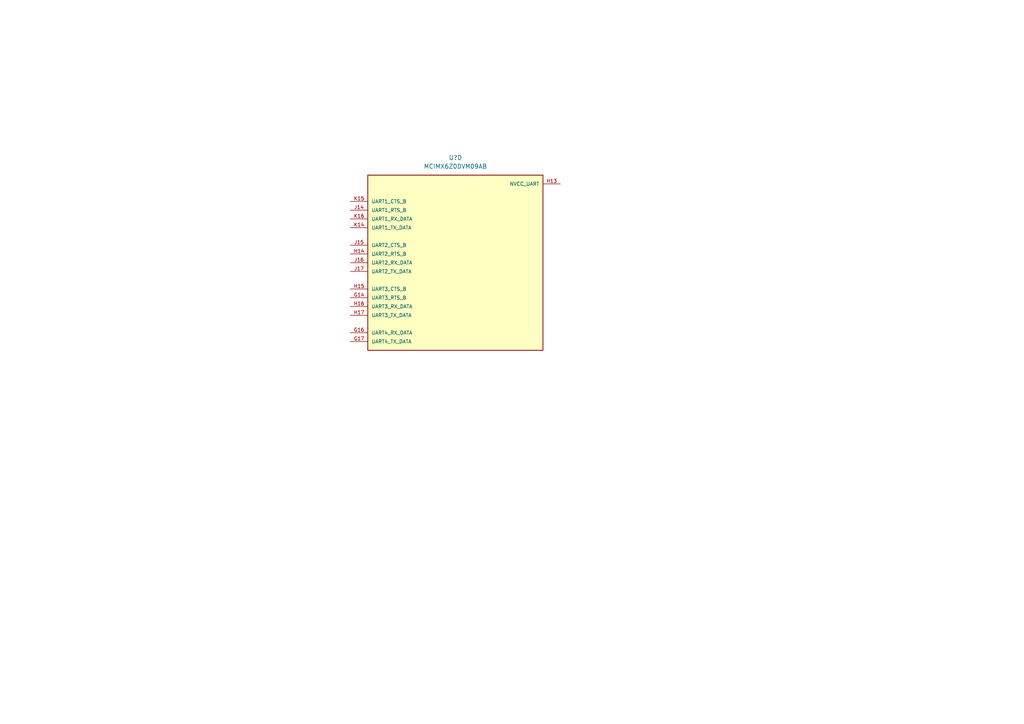
<source format=kicad_sch>
(kicad_sch (version 20211123) (generator eeschema)
  (paper "A4")
  (lib_symbols
    (symbol "MCIMX6Z0DVM09AB:MCIMX6Z0DVM09AB" (pin_names (offset 1.016))
      (property "Reference" "U" (at -33.02 31.75 0))
      (property "Value" "MCIMX6Z0DVM09AB" (at -33.02 -31.75 0))
      (symbol "MCIMX6Z0DVM09AB_1_0"
        (rectangle (start -33.02 -30.48) (end 33.02 30.48) (stroke (width 0.254)) (fill (type background)))
        (pin input clock (at -38.1 -5.08 0) (length 5.08) (name "I2C2_SCL") (number "F17"))
        (pin bidirectional line (at -38.1 -7.62 0) (length 5.08) (name "I2C2_SDA") (number "G13"))
        (pin power_in line (at 38.1 -27.94 180) (length 5.08) (name "NGND_KEL0") (number "M12"))
        (pin input clock (at 38.1 -10.16 180) (length 5.08) (name "JTAG_TCK") (number "M14"))
        (pin input line (at 38.1 -20.32 180) (length 5.08) (name "JTAG_TRST_B") (number "N14"))
        (pin output line (at 38.1 -15.24 180) (length 5.08) (name "JTAG_TDO") (number "N15"))
        (pin input line (at 38.1 -12.7 180) (length 5.08) (name "JTAG_TDI") (number "N16"))
        (pin input line (at -38.1 17.78 0) (length 5.08) (name "TEST_MODE") (number "N7"))
        (pin power_in line (at 38.1 27.94 180) (length 5.08) (name "NVCC_PLL") (number "P13"))
        (pin input line (at 38.1 -17.78 180) (length 5.08) (name "JTAG_TMS") (number "P14"))
        (pin input line (at 38.1 -7.62 180) (length 5.08) (name "JTAG_MOD") (number "P15"))
        (pin input clock (at -38.1 5.08 0) (length 5.08) (name "CCM_CLK1_N") (number "P16"))
        (pin input clock (at -38.1 2.54 0) (length 5.08) (name "CCM_CLK1_P") (number "P17"))
        (pin input line (at -38.1 20.32 0) (length 5.08) (name "POR_B") (number "P8"))
        (pin bidirectional line (at 38.1 22.86 180) (length 5.08) (name "GPANIO") (number "R13"))
        (pin input line (at -38.1 22.86 0) (length 5.08) (name "ONOFF") (number "R8"))
        (pin input line (at -38.1 12.7 0) (length 5.08) (name "BOOT_MODE0") (number "T10"))
        (pin input line (at -38.1 -20.32 0) (length 5.08) (name "RTC_XTALI") (number "T11"))
        (pin power_in line (at 38.1 5.08 180) (length 5.08) (name "USB_OTG1_VBUS") (number "T12"))
        (pin bidirectional line (at 38.1 2.54 180) (length 5.08) (name "USB_OTG2_DN") (number "T13"))
        (pin bidirectional line (at 38.1 10.16 180) (length 5.08) (name "USB_OTG1_DN") (number "T15"))
        (pin input line (at -38.1 -12.7 0) (length 5.08) (name "XTALI") (number "T16"))
        (pin output line (at -38.1 -15.24 0) (length 5.08) (name "XTALO") (number "T17"))
        (pin output line (at 38.1 17.78 180) (length 5.08) (name "SNVS_PMIC_ON_REQ") (number "T9"))
        (pin input line (at -38.1 10.16 0) (length 5.08) (name "BOOT_MODE1") (number "U10"))
        (pin output line (at -38.1 -22.86 0) (length 5.08) (name "RTC_XTALO") (number "U11"))
        (pin power_in line (at 38.1 -2.54 180) (length 5.08) (name "USB_OTG2_VBUS") (number "U12"))
        (pin bidirectional line (at 38.1 0 180) (length 5.08) (name "USB_OTG2_DP") (number "U13"))
        (pin bidirectional line (at 38.1 7.62 180) (length 5.08) (name "USB_OTG1_DP") (number "U15"))
        (pin bidirectional line (at 38.1 12.7 180) (length 5.08) (name "USB_OTG1_CHD_B") (number "U16"))
        (pin output line (at -38.1 0 0) (length 5.08) (name "CCM_PMIC_STBY_REQ") (number "U9"))
      )
      (symbol "MCIMX6Z0DVM09AB_2_0"
        (rectangle (start -25.4 -48.26) (end 25.4 45.72) (stroke (width 0.254)) (fill (type background)))
        (pin output line (at 30.48 17.78 180) (length 5.08) (name "DRAM_ODT1") (number "F1"))
        (pin output line (at 30.48 -43.18 180) (length 5.08) (name "DRAM_ADDR14") (number "G1"))
        (pin output line (at 30.48 -22.86 180) (length 5.08) (name "DRAM_ADDR06") (number "G2"))
        (pin output line (at 30.48 12.7 180) (length 5.08) (name "DRAM_RESET") (number "G4"))
        (pin power_in line (at 30.48 40.64 180) (length 5.08) (name "NVCC_DRAM") (number "G6"))
        (pin output line (at 30.48 7.62 180) (length 5.08) (name "DRAM_SDBA1") (number "H1"))
        (pin output line (at 30.48 -10.16 180) (length 5.08) (name "DRAM_ADDR01") (number "H2"))
        (pin output line (at 30.48 -40.64 180) (length 5.08) (name "DRAM_ADDR13") (number "H3"))
        (pin output line (at 30.48 -25.4 180) (length 5.08) (name "DRAM_ADDR07") (number "H4"))
        (pin output line (at 30.48 27.94 180) (length 5.08) (name "DRAM_CS1_B") (number "H5"))
        (pin power_in line (at 30.48 40.64 180) (length 5.08) (name "NVCC_DRAM") (number "H6"))
        (pin output line (at 30.48 -2.54 180) (length 5.08) (name "DRAM_SDWE_B") (number "J1"))
        (pin output line (at 30.48 33.02 180) (length 5.08) (name "DRAM_CAS_B") (number "J2"))
        (pin output line (at 30.48 0 180) (length 5.08) (name "DRAM_SDCKE1") (number "J3"))
        (pin output line (at 30.48 -27.94 180) (length 5.08) (name "DRAM_ADDR08") (number "J4"))
        (pin power_in line (at 30.48 40.64 180) (length 5.08) (name "NVCC_DRAM") (number "J6"))
        (pin output line (at 30.48 -12.7 180) (length 5.08) (name "DRAM_ADDR02") (number "K1"))
        (pin output line (at 30.48 5.08 180) (length 5.08) (name "DRAM_SDBA2") (number "K2"))
        (pin output line (at 30.48 -35.56 180) (length 5.08) (name "DRAM_ADDR11") (number "K3"))
        (pin output line (at 30.48 -17.78 180) (length 5.08) (name "DRAM_ADDR04") (number "K4"))
        (pin output line (at 30.48 -45.72 180) (length 5.08) (name "DRAM_ADDR15") (number "K5"))
        (pin power_in line (at 30.48 40.64 180) (length 5.08) (name "NVCC_DRAM") (number "K6"))
        (pin output line (at 30.48 -20.32 180) (length 5.08) (name "DRAM_ADDR05") (number "L1"))
        (pin output line (at 30.48 -30.48 180) (length 5.08) (name "DRAM_ADDR09") (number "L2"))
        (pin output line (at 30.48 -38.1 180) (length 5.08) (name "DRAM_ADDR12") (number "L4"))
        (pin output line (at 30.48 -7.62 180) (length 5.08) (name "DRAM_ADDR00") (number "L5"))
        (pin power_in line (at 30.48 40.64 180) (length 5.08) (name "NVCC_DRAM") (number "L6"))
        (pin output line (at 30.48 10.16 180) (length 5.08) (name "DRAM_SDBA0") (number "M1"))
        (pin output line (at 30.48 -15.24 180) (length 5.08) (name "DRAM_ADDR03") (number "M2"))
        (pin output line (at 30.48 2.54 180) (length 5.08) (name "DRAM_SDCKE0") (number "M3"))
        (pin output line (at 30.48 -33.02 180) (length 5.08) (name "DRAM_ADDR10") (number "M4"))
        (pin output line (at 30.48 15.24 180) (length 5.08) (name "DRAM_RAS_B") (number "M5"))
        (pin power_in line (at 30.48 40.64 180) (length 5.08) (name "NVCC_DRAM") (number "M6"))
        (pin output line (at 30.48 20.32 180) (length 5.08) (name "DRAM_ODT0") (number "N1"))
        (pin output line (at 30.48 30.48 180) (length 5.08) (name "DRAM_CS0_B") (number "N2"))
        (pin input line (at -30.48 10.16 0) (length 5.08) (name "DRAM_ZQPAD") (number "N4"))
        (pin power_in line (at 30.48 38.1 180) (length 5.08) (name "NVCC_DRAM_2P5") (number "N6"))
        (pin input clock (at -30.48 30.48 0) (length 5.08) (name "DRAM_SDCLK0_P") (number "P1"))
        (pin input clock (at -30.48 33.02 0) (length 5.08) (name "DRAM_SDCLK0_N") (number "P2"))
        (pin input line (at -30.48 -40.64 0) (length 5.08) (name "DRAM_DATA13") (number "P3"))
        (pin power_in line (at 30.48 43.18 180) (length 5.08) (name "DRAM_VREF") (number "P4"))
        (pin input line (at -30.48 -38.1 0) (length 5.08) (name "DRAM_DATA12") (number "P5"))
        (pin input line (at -30.48 25.4 0) (length 5.08) (name "DRAM_SDQS0_P") (number "P6"))
        (pin input line (at -30.48 22.86 0) (length 5.08) (name "DRAM_SDQS0_N") (number "P7"))
        (pin input line (at -30.48 -45.72 0) (length 5.08) (name "DRAM_DATA15") (number "R1"))
        (pin input line (at -30.48 -43.18 0) (length 5.08) (name "DRAM_DATA14") (number "R2"))
        (pin input line (at -30.48 -35.56 0) (length 5.08) (name "DRAM_DATA11") (number "R4"))
        (pin input line (at -30.48 17.78 0) (length 5.08) (name "DRAM_SDQS1_P") (number "T1"))
        (pin input line (at -30.48 15.24 0) (length 5.08) (name "DRAM_SDQS1_N") (number "T2"))
        (pin output line (at 30.48 22.86 180) (length 5.08) (name "DRAM_DQM1") (number "T3"))
        (pin input line (at -30.48 -7.62 0) (length 5.08) (name "DRAM_DATA00") (number "T4"))
        (pin input line (at -30.48 -22.86 0) (length 5.08) (name "DRAM_DATA06") (number "T5"))
        (pin input line (at -30.48 -12.7 0) (length 5.08) (name "DRAM_DATA02") (number "T6"))
        (pin output line (at 30.48 25.4 180) (length 5.08) (name "DRAM_DQM0") (number "T7"))
        (pin input line (at -30.48 -20.32 0) (length 5.08) (name "DRAM_DATA05") (number "T8"))
        (pin input line (at -30.48 -27.94 0) (length 5.08) (name "DRAM_DATA08") (number "U2"))
        (pin input line (at -30.48 -30.48 0) (length 5.08) (name "DRAM_DATA09") (number "U3"))
        (pin input line (at -30.48 -25.4 0) (length 5.08) (name "DRAM_DATA07") (number "U4"))
        (pin input line (at -30.48 -33.02 0) (length 5.08) (name "DRAM_DATA10") (number "U5"))
        (pin input line (at -30.48 -10.16 0) (length 5.08) (name "DRAM_DATA01") (number "U6"))
        (pin input line (at -30.48 -15.24 0) (length 5.08) (name "DRAM_DATA03") (number "U7"))
        (pin input line (at -30.48 -17.78 0) (length 5.08) (name "DRAM_DATA04") (number "U8"))
      )
      (symbol "MCIMX6Z0DVM09AB_3_0"
        (rectangle (start -20.32 -55.88) (end 20.32 55.88) (stroke (width 0.254)) (fill (type background)))
        (pin bidirectional line (at -25.4 -10.16 0) (length 5.08) (name "GPIO3_IO11") (number "A10"))
        (pin bidirectional line (at -25.4 -17.78 0) (length 5.08) (name "GPIO3_IO14") (number "A11"))
        (pin bidirectional line (at -25.4 -30.48 0) (length 5.08) (name "GPIO3_IO19") (number "A12"))
        (pin bidirectional line (at -25.4 -40.64 0) (length 5.08) (name "GPIO3_IO23") (number "A13"))
        (pin bidirectional line (at -25.4 -50.8 0) (length 5.08) (name "GPIO3_IO27") (number "A14"))
        (pin bidirectional line (at -25.4 17.78 0) (length 5.08) (name "GPIO3_IO00") (number "A8"))
        (pin bidirectional line (at -25.4 2.54 0) (length 5.08) (name "GPIO3_IO06") (number "A9"))
        (pin bidirectional line (at -25.4 -7.62 0) (length 5.08) (name "GPIO3_IO10") (number "B10"))
        (pin bidirectional line (at -25.4 -15.24 0) (length 5.08) (name "GPIO3_IO13") (number "B11"))
        (pin bidirectional line (at -25.4 -27.94 0) (length 5.08) (name "GPIO3_IO18") (number "B12"))
        (pin bidirectional line (at -25.4 -38.1 0) (length 5.08) (name "GPIO3_IO22") (number "B13"))
        (pin bidirectional line (at -25.4 -48.26 0) (length 5.08) (name "GPIO3_IO26") (number "B14"))
        (pin bidirectional line (at -25.4 -53.34 0) (length 5.08) (name "GPIO3_IO28") (number "B16"))
        (pin bidirectional line (at -25.4 15.24 0) (length 5.08) (name "GPIO3_IO01") (number "B8"))
        (pin bidirectional line (at -25.4 5.08 0) (length 5.08) (name "GPIO3_IO05") (number "B9"))
        (pin bidirectional line (at -25.4 -5.08 0) (length 5.08) (name "GPIO3_IO09") (number "C10"))
        (pin bidirectional line (at -25.4 -25.4 0) (length 5.08) (name "GPIO3_IO17") (number "C12"))
        (pin bidirectional line (at -25.4 -35.56 0) (length 5.08) (name "GPIO3_IO21") (number "C13"))
        (pin bidirectional line (at -25.4 -45.72 0) (length 5.08) (name "GPIO3_IO25") (number "C14"))
        (pin bidirectional line (at -25.4 10.16 0) (length 5.08) (name "GPIO3_IO03") (number "C9"))
        (pin bidirectional line (at -25.4 -2.54 0) (length 5.08) (name "GPIO3_IO08") (number "D10"))
        (pin bidirectional line (at -25.4 -12.7 0) (length 5.08) (name "GPIO3_IO12") (number "D11"))
        (pin bidirectional line (at -25.4 -22.86 0) (length 5.08) (name "GPIO3_IO16") (number "D12"))
        (pin bidirectional line (at -25.4 -33.02 0) (length 5.08) (name "GPIO3_IO20") (number "D13"))
        (pin bidirectional line (at -25.4 -43.18 0) (length 5.08) (name "GPIO3_IO24") (number "D14"))
        (pin bidirectional line (at -25.4 12.7 0) (length 5.08) (name "GPIO3_IO02") (number "D9"))
        (pin bidirectional line (at -25.4 0 0) (length 5.08) (name "GPIO3_IO07") (number "E10"))
        (pin bidirectional line (at -25.4 -20.32 0) (length 5.08) (name "GPIO3_IO15") (number "E12"))
        (pin power_in line (at 25.4 50.8 180) (length 5.08) (name "NVCC_GPIO3") (number "E13"))
        (pin bidirectional line (at -25.4 7.62 0) (length 5.08) (name "GPIO3_IO04") (number "E9"))
        (pin power_in line (at 25.4 53.34 180) (length 5.08) (name "NVCC_GPIO") (number "J13"))
        (pin bidirectional line (at -25.4 45.72 0) (length 5.08) (name "GPIO1_IO00") (number "K13"))
        (pin bidirectional line (at -25.4 30.48 0) (length 5.08) (name "GPIO1_IO06") (number "K17"))
        (pin bidirectional line (at -25.4 40.64 0) (length 5.08) (name "GPIO1_IO02") (number "L14"))
        (pin bidirectional line (at -25.4 43.18 0) (length 5.08) (name "GPIO1_IO01") (number "L15"))
        (pin bidirectional line (at -25.4 27.94 0) (length 5.08) (name "GPIO1_IO07") (number "L16"))
        (pin bidirectional line (at -25.4 38.1 0) (length 5.08) (name "GPIO1_IO03") (number "L17"))
        (pin bidirectional line (at -25.4 22.86 0) (length 5.08) (name "GPIO1_IO09") (number "M15"))
        (pin bidirectional line (at -25.4 35.56 0) (length 5.08) (name "GPIO1_IO04") (number "M16"))
        (pin bidirectional line (at -25.4 33.02 0) (length 5.08) (name "GPIO1_IO05") (number "M17"))
        (pin bidirectional line (at 25.4 27.94 180) (length 5.08) (name "GPIO5_IO07") (number "N10"))
        (pin bidirectional line (at 25.4 30.48 180) (length 5.08) (name "GPIO5_IO06") (number "N11"))
        (pin bidirectional line (at -25.4 25.4 0) (length 5.08) (name "GPIO1_IO08") (number "N17"))
        (pin bidirectional line (at 25.4 33.02 180) (length 5.08) (name "GPIO5_IO05") (number "N8"))
        (pin bidirectional line (at 25.4 25.4 180) (length 5.08) (name "GPIO5_IO08") (number "N9"))
        (pin bidirectional line (at 25.4 38.1 180) (length 5.08) (name "GPIO5_IO03") (number "P10"))
        (pin bidirectional line (at 25.4 40.64 180) (length 5.08) (name "GPIO5_IO02") (number "P11"))
        (pin bidirectional line (at 25.4 35.56 180) (length 5.08) (name "GPIO5_IO04") (number "P9"))
        (pin bidirectional line (at 25.4 45.72 180) (length 5.08) (name "GPIO5_IO00") (number "R10"))
        (pin bidirectional line (at 25.4 22.86 180) (length 5.08) (name "GPIO5_IO09") (number "R6"))
        (pin bidirectional line (at 25.4 43.18 180) (length 5.08) (name "GPIO5_IO01") (number "R9"))
      )
      (symbol "MCIMX6Z0DVM09AB_4_0"
        (rectangle (start -25.4 -25.4) (end 25.4 25.4) (stroke (width 0.254)) (fill (type background)))
        (pin input line (at -30.48 -10.16 0) (length 5.08) (name "UART3_RTS_B") (number "G14"))
        (pin output line (at -30.48 -20.32 0) (length 5.08) (name "UART4_RX_DATA") (number "G16"))
        (pin input line (at -30.48 -22.86 0) (length 5.08) (name "UART4_TX_DATA") (number "G17"))
        (pin power_in line (at 30.48 22.86 180) (length 5.08) (name "NVCC_UART") (number "H13"))
        (pin input line (at -30.48 2.54 0) (length 5.08) (name "UART2_RTS_B") (number "H14"))
        (pin input line (at -30.48 -7.62 0) (length 5.08) (name "UART3_CTS_B") (number "H15"))
        (pin output line (at -30.48 -12.7 0) (length 5.08) (name "UART3_RX_DATA") (number "H16"))
        (pin input line (at -30.48 -15.24 0) (length 5.08) (name "UART3_TX_DATA") (number "H17"))
        (pin input line (at -30.48 15.24 0) (length 5.08) (name "UART1_RTS_B") (number "J14"))
        (pin input line (at -30.48 5.08 0) (length 5.08) (name "UART2_CTS_B") (number "J15"))
        (pin output line (at -30.48 0 0) (length 5.08) (name "UART2_RX_DATA") (number "J16"))
        (pin input line (at -30.48 -2.54 0) (length 5.08) (name "UART2_TX_DATA") (number "J17"))
        (pin input line (at -30.48 10.16 0) (length 5.08) (name "UART1_TX_DATA") (number "K14"))
        (pin input line (at -30.48 17.78 0) (length 5.08) (name "UART1_CTS_B") (number "K15"))
        (pin output line (at -30.48 12.7 0) (length 5.08) (name "UART1_RX_DATA") (number "K16"))
      )
      (symbol "MCIMX6Z0DVM09AB_5_0"
        (rectangle (start -22.86 -27.94) (end 22.86 25.4) (stroke (width 0.254)) (fill (type background)))
        (pin input line (at -27.94 2.54 0) (length 5.08) (name "NAND_READY_B") (number "A3"))
        (pin input line (at -27.94 10.16 0) (length 5.08) (name "NAND_CLE") (number "A4"))
        (pin bidirectional line (at -27.94 -25.4 0) (length 5.08) (name "NAND_DATA07") (number "A5"))
        (pin bidirectional line (at -27.94 -22.86 0) (length 5.08) (name "NAND_DATA06") (number "A6"))
        (pin bidirectional line (at -27.94 -12.7 0) (length 5.08) (name "NAND_DATA02") (number "A7"))
        (pin input line (at -27.94 17.78 0) (length 5.08) (name "NAND_ALE") (number "B4"))
        (pin input line (at -27.94 12.7 0) (length 5.08) (name "NAND_CE1_B") (number "B5"))
        (pin bidirectional line (at -27.94 -20.32 0) (length 5.08) (name "NAND_DATA05") (number "B6"))
        (pin bidirectional line (at -27.94 -10.16 0) (length 5.08) (name "NAND_DATA01") (number "B7"))
        (pin input line (at -27.94 15.24 0) (length 5.08) (name "NAND_CE0_B") (number "C5"))
        (pin bidirectional line (at -27.94 -17.78 0) (length 5.08) (name "NAND_DATA04") (number "C6"))
        (pin input line (at -27.94 0 0) (length 5.08) (name "NAND_WE_B") (number "C8"))
        (pin input line (at -27.94 -2.54 0) (length 5.08) (name "NAND_WP_B") (number "D5"))
        (pin bidirectional line (at -27.94 -15.24 0) (length 5.08) (name "NAND_DATA03") (number "D6"))
        (pin bidirectional line (at -27.94 -7.62 0) (length 5.08) (name "NAND_DATA00") (number "D7"))
        (pin input line (at -27.94 5.08 0) (length 5.08) (name "NAND_RE_B") (number "D8"))
        (pin input line (at -27.94 7.62 0) (length 5.08) (name "NAND_DQS") (number "E6"))
        (pin power_in line (at 27.94 22.86 180) (length 5.08) (name "NVCC_NAND") (number "E7"))
      )
      (symbol "MCIMX6Z0DVM09AB_6_0"
        (rectangle (start -17.78 -27.94) (end 17.78 30.48) (stroke (width 0.254)) (fill (type background)))
        (pin bidirectional line (at -22.86 7.62 0) (length 5.08) (name "SD1_DATA3") (number "A2"))
        (pin bidirectional line (at -22.86 10.16 0) (length 5.08) (name "SD1_DATA2") (number "B1"))
        (pin bidirectional line (at -22.86 12.7 0) (length 5.08) (name "SD1_DATA1") (number "B2"))
        (pin bidirectional line (at -22.86 15.24 0) (length 5.08) (name "SD1_DATA0") (number "B3"))
        (pin input clock (at -22.86 20.32 0) (length 5.08) (name "SD1_CLK") (number "C1"))
        (pin input line (at -22.86 17.78 0) (length 5.08) (name "SD1_CMD") (number "C2"))
        (pin power_in line (at 22.86 27.94 180) (length 5.08) (name "NVCC_SD1") (number "C4"))
        (pin bidirectional line (at -22.86 -25.4 0) (length 5.08) (name "SD2_DATA7") (number "D1"))
        (pin bidirectional line (at -22.86 -22.86 0) (length 5.08) (name "SD2_DATA6") (number "D2"))
        (pin bidirectional line (at -22.86 -20.32 0) (length 5.08) (name "SD2_DATA5") (number "D3"))
        (pin bidirectional line (at -22.86 -17.78 0) (length 5.08) (name "SD2_DATA4") (number "D4"))
        (pin bidirectional line (at -22.86 -15.24 0) (length 5.08) (name "SD2_DATA3") (number "E1"))
        (pin bidirectional line (at -22.86 -12.7 0) (length 5.08) (name "SD2_DATA2") (number "E2"))
        (pin bidirectional line (at -22.86 -10.16 0) (length 5.08) (name "SD2_DATA1") (number "E3"))
        (pin bidirectional line (at -22.86 -7.62 0) (length 5.08) (name "SD2_DATA0") (number "E4"))
        (pin input line (at -22.86 -5.08 0) (length 5.08) (name "SD2_WP") (number "E5"))
        (pin input clock (at -22.86 0 0) (length 5.08) (name "SD2_CLK") (number "F2"))
        (pin input line (at -22.86 -2.54 0) (length 5.08) (name "SD2_CMD") (number "F3"))
        (pin power_in line (at 22.86 25.4 180) (length 5.08) (name "NVCC_SD2") (number "F4"))
        (pin input line (at -22.86 2.54 0) (length 5.08) (name "SD2_CD_B") (number "F5"))
      )
      (symbol "MCIMX6Z0DVM09AB_7_0"
        (rectangle (start -15.24 -25.4) (end 15.24 25.4) (stroke (width 0.254)) (fill (type background)))
        (pin input line (at -20.32 5.08 0) (length 5.08) (name "KPP_COL5") (number "A15"))
        (pin input line (at -20.32 -20.32 0) (length 5.08) (name "KPP_ROW6") (number "A16"))
        (pin input line (at -20.32 2.54 0) (length 5.08) (name "KPP_COL6") (number "B15"))
        (pin input line (at -20.32 -17.78 0) (length 5.08) (name "KPP_ROW5") (number "B17"))
        (pin input line (at -20.32 7.62 0) (length 5.08) (name "KPP_COL4") (number "C16"))
        (pin input line (at -20.32 -15.24 0) (length 5.08) (name "KPP_ROW4") (number "C17"))
        (pin input line (at -20.32 10.16 0) (length 5.08) (name "KPP_COL3") (number "D15"))
        (pin input line (at -20.32 0 0) (length 5.08) (name "KPP_COL7") (number "D16"))
        (pin input line (at -20.32 -22.86 0) (length 5.08) (name "KPP_ROW7") (number "D17"))
        (pin input line (at -20.32 -10.16 0) (length 5.08) (name "KPP_ROW2") (number "E14"))
        (pin input line (at -20.32 15.24 0) (length 5.08) (name "KPP_COL1") (number "E15"))
        (pin input line (at -20.32 -7.62 0) (length 5.08) (name "KPP_ROW1") (number "E16"))
        (pin input line (at -20.32 17.78 0) (length 5.08) (name "KPP_COL0") (number "E17"))
        (pin power_in line (at 20.32 22.86 180) (length 5.08) (name "NVCC_KPP") (number "F13"))
        (pin input line (at -20.32 -12.7 0) (length 5.08) (name "KPP_ROW3") (number "F14"))
        (pin input line (at -20.32 12.7 0) (length 5.08) (name "KPP_COL2") (number "F15"))
        (pin input line (at -20.32 -5.08 0) (length 5.08) (name "KPP_ROW0") (number "F16"))
      )
      (symbol "MCIMX6Z0DVM09AB_8_0"
        (rectangle (start -12.7 -20.32) (end 12.7 17.78) (stroke (width 0.254)) (fill (type background)))
        (pin power_in line (at 17.78 -7.62 180) (length 5.08) (name "VSS") (number "A1"))
        (pin power_in line (at 17.78 -7.62 180) (length 5.08) (name "VSS") (number "A17"))
        (pin power_in line (at 17.78 -7.62 180) (length 5.08) (name "VSS") (number "C11"))
        (pin power_in line (at 17.78 -7.62 180) (length 5.08) (name "VSS") (number "C15"))
        (pin power_in line (at 17.78 -7.62 180) (length 5.08) (name "VSS") (number "C3"))
        (pin power_in line (at 17.78 -7.62 180) (length 5.08) (name "VSS") (number "C7"))
        (pin power_in line (at 17.78 -7.62 180) (length 5.08) (name "VSS") (number "E11"))
        (pin power_in line (at 17.78 -7.62 180) (length 5.08) (name "VSS") (number "E8"))
        (pin power_in line (at 17.78 -10.16 180) (length 5.08) (name "VSS_1") (number "F10"))
        (pin power_in line (at 17.78 -10.16 180) (length 5.08) (name "VSS_1") (number "F11"))
        (pin power_in line (at 17.78 -10.16 180) (length 5.08) (name "VSS_1") (number "F12"))
        (pin power_in line (at 17.78 -7.62 180) (length 5.08) (name "VSS") (number "F6"))
        (pin power_in line (at 17.78 -7.62 180) (length 5.08) (name "VSS") (number "F7"))
        (pin power_in line (at 17.78 -10.16 180) (length 5.08) (name "VSS_1") (number "F8"))
        (pin power_in line (at 17.78 -10.16 180) (length 5.08) (name "VSS_1") (number "F9"))
        (pin power_in line (at 17.78 15.24 180) (length 5.08) (name "VDD_ARM_CAP") (number "G10"))
        (pin power_in line (at 17.78 15.24 180) (length 5.08) (name "VDD_ARM_CAP") (number "G11"))
        (pin power_in line (at 17.78 -10.16 180) (length 5.08) (name "VSS_1") (number "G12"))
        (pin power_in line (at 17.78 -10.16 180) (length 5.08) (name "VSS_1") (number "G15"))
        (pin power_in line (at 17.78 -10.16 180) (length 5.08) (name "VSS_1") (number "G3"))
        (pin power_in line (at 17.78 -10.16 180) (length 5.08) (name "VSS_1") (number "G5"))
        (pin power_in line (at 17.78 -10.16 180) (length 5.08) (name "VSS_1") (number "G7"))
        (pin power_in line (at 17.78 2.54 180) (length 5.08) (name "VDD_SOC_CAP") (number "G8"))
        (pin power_in line (at 17.78 15.24 180) (length 5.08) (name "VDD_ARM_CAP") (number "G9"))
        (pin power_in line (at 17.78 0 180) (length 5.08) (name "VDD_SOC_IN") (number "H10"))
        (pin power_in line (at 17.78 15.24 180) (length 5.08) (name "VDD_ARM_CAP") (number "H11"))
        (pin power_in line (at 17.78 -12.7 180) (length 5.08) (name "VSS_2") (number "H12"))
        (pin power_in line (at 17.78 -12.7 180) (length 5.08) (name "VSS_2") (number "H7"))
        (pin power_in line (at 17.78 2.54 180) (length 5.08) (name "VDD_SOC_CAP") (number "H8"))
        (pin power_in line (at 17.78 0 180) (length 5.08) (name "VDD_SOC_IN") (number "H9"))
        (pin power_in line (at 17.78 0 180) (length 5.08) (name "VDD_SOC_IN") (number "J10"))
        (pin power_in line (at 17.78 2.54 180) (length 5.08) (name "VDD_SOC_CAP") (number "J11"))
        (pin power_in line (at 17.78 -12.7 180) (length 5.08) (name "VSS_2") (number "J12"))
        (pin power_in line (at 17.78 -12.7 180) (length 5.08) (name "VSS_2") (number "J5"))
        (pin power_in line (at 17.78 -12.7 180) (length 5.08) (name "VSS_2") (number "J7"))
        (pin power_in line (at 17.78 2.54 180) (length 5.08) (name "VDD_SOC_CAP") (number "J8"))
        (pin power_in line (at 17.78 0 180) (length 5.08) (name "VDD_SOC_IN") (number "J9"))
        (pin power_in line (at 17.78 0 180) (length 5.08) (name "VDD_SOC_IN") (number "K10"))
        (pin power_in line (at 17.78 2.54 180) (length 5.08) (name "VDD_SOC_CAP") (number "K11"))
        (pin power_in line (at 17.78 -12.7 180) (length 5.08) (name "VSS_2") (number "K12"))
        (pin power_in line (at 17.78 -12.7 180) (length 5.08) (name "VSS_2") (number "K7"))
        (pin power_in line (at 17.78 2.54 180) (length 5.08) (name "VDD_SOC_CAP") (number "K8"))
        (pin power_in line (at 17.78 0 180) (length 5.08) (name "VDD_SOC_IN") (number "K9"))
        (pin power_in line (at 17.78 2.54 180) (length 5.08) (name "VDD_SOC_CAP") (number "L10"))
        (pin power_in line (at 17.78 2.54 180) (length 5.08) (name "VDD_SOC_CAP") (number "L11"))
        (pin power_in line (at 17.78 -12.7 180) (length 5.08) (name "VSS_2") (number "L12"))
        (pin power_in line (at 17.78 10.16 180) (length 5.08) (name "VDD_HIGH_IN") (number "L13"))
        (pin power_in line (at 17.78 -12.7 180) (length 5.08) (name "VSS_2") (number "L3"))
        (pin power_in line (at 17.78 -12.7 180) (length 5.08) (name "VSS_2") (number "L7"))
        (pin power_in line (at 17.78 2.54 180) (length 5.08) (name "VDD_SOC_CAP") (number "L8"))
        (pin power_in line (at 17.78 2.54 180) (length 5.08) (name "VDD_SOC_CAP") (number "L9"))
        (pin power_in line (at 17.78 -15.24 180) (length 5.08) (name "VSS_3") (number "M10"))
        (pin power_in line (at 17.78 -15.24 180) (length 5.08) (name "VSS_3") (number "M11"))
        (pin power_in line (at 17.78 10.16 180) (length 5.08) (name "VDD_HIGH_IN") (number "M13"))
        (pin power_in line (at 17.78 -15.24 180) (length 5.08) (name "VSS_3") (number "M7"))
        (pin power_in line (at 17.78 -15.24 180) (length 5.08) (name "VSS_3") (number "M8"))
        (pin power_in line (at 17.78 -15.24 180) (length 5.08) (name "VSS_3") (number "M9"))
        (pin power_in line (at 17.78 7.62 180) (length 5.08) (name "VDD_SNVS_CAP") (number "N12"))
        (pin power_in line (at 17.78 10.16 180) (length 5.08) (name "VDD_HIGH_IN") (number "N13"))
        (pin power_in line (at 17.78 -15.24 180) (length 5.08) (name "VSS_3") (number "N3"))
        (pin power_in line (at 17.78 -15.24 180) (length 5.08) (name "VSS_3") (number "N5"))
        (pin power_in line (at 17.78 5.08 180) (length 5.08) (name "VDD_SNVS_IN") (number "P12"))
        (pin power_in line (at 17.78 -17.78 180) (length 5.08) (name "VSS_4") (number "R11"))
        (pin power_in line (at 17.78 -2.54 180) (length 5.08) (name "VDD_USB_CAP") (number "R12"))
        (pin power_in line (at 17.78 12.7 180) (length 5.08) (name "VDD_HIGH_CAP") (number "R14"))
        (pin power_in line (at 17.78 12.7 180) (length 5.08) (name "VDD_HIGH_CAP") (number "R15"))
        (pin power_in line (at 17.78 -17.78 180) (length 5.08) (name "VSS_4") (number "R16"))
        (pin power_in line (at 17.78 -17.78 180) (length 5.08) (name "VSS_4") (number "R17"))
        (pin power_in line (at 17.78 -15.24 180) (length 5.08) (name "VSS_3") (number "R3"))
        (pin power_in line (at 17.78 -15.24 180) (length 5.08) (name "VSS_3") (number "R5"))
        (pin power_in line (at 17.78 -15.24 180) (length 5.08) (name "VSS_3") (number "R7"))
        (pin power_in line (at 17.78 -17.78 180) (length 5.08) (name "VSS_4") (number "T14"))
        (pin power_in line (at 17.78 -17.78 180) (length 5.08) (name "VSS_4") (number "U1"))
        (pin power_in line (at 17.78 -17.78 180) (length 5.08) (name "VSS_4") (number "U14"))
        (pin power_in line (at 17.78 -17.78 180) (length 5.08) (name "VSS_4") (number "U17"))
      )
    )
  )
  (symbol (lib_id "MCIMX6Z0DVM09AB:MCIMX6Z0DVM09AB") (at 132.08 76.2 0) (unit 4)
    (property "Reference" "U?" (at 132.08 45.72 0))
    (property "Value" "MCIMX6Z0DVM09AB" (at 132.08 48.26 0))
    (property "Footprint" "BGA289C80P17X17_1400X1400X132" (effects hide))
    (property "PARTREV" "0" (effects hide))
    (property "STANDARD" "IPC 7351B" (effects hide))
    (property "SNAPEDA_PN" "MCIMX6Z0DVM09AB" (effects hide))
    (property "MAXIMUM_PACKAGE_HEIGHT" "1.32mm" (effects hide))
    (property "MANUFACTURER" "NXP" (effects hide))
  )
)
</source>
